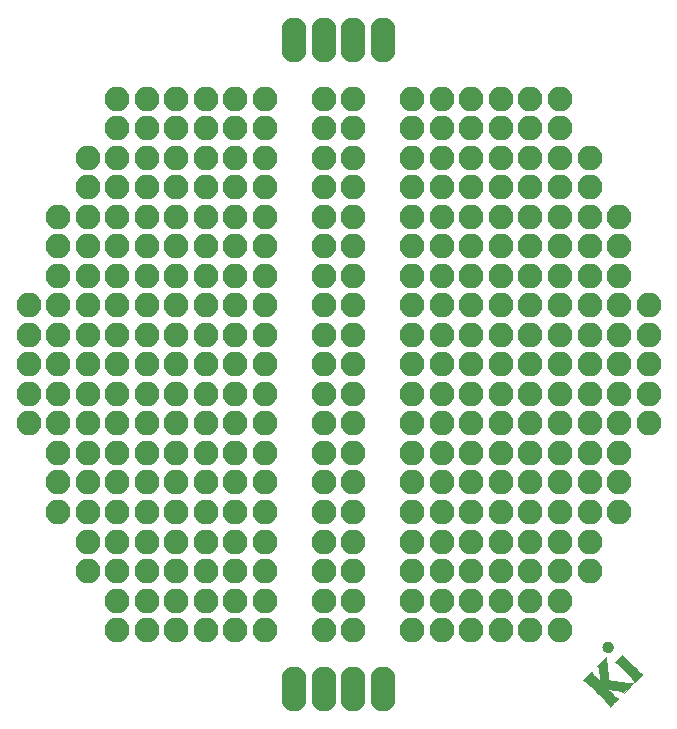
<source format=gts>
G04 #@! TF.GenerationSoftware,KiCad,Pcbnew,no-vcs-found-1773985~61~ubuntu16.04.1*
G04 #@! TF.CreationDate,2018-02-01T00:18:09+01:00*
G04 #@! TF.ProjectId,ripolab_protroboard_v2,7269706F6C61625F70726F74726F626F,rev?*
G04 #@! TF.SameCoordinates,Original*
G04 #@! TF.FileFunction,Soldermask,Top*
G04 #@! TF.FilePolarity,Negative*
%FSLAX46Y46*%
G04 Gerber Fmt 4.6, Leading zero omitted, Abs format (unit mm)*
G04 Created by KiCad (PCBNEW no-vcs-found-1773985~61~ubuntu16.04.1) date Thu Feb  1 00:18:09 2018*
%MOMM*%
%LPD*%
G01*
G04 APERTURE LIST*
%ADD10C,0.010000*%
%ADD11O,2.100000X3.800000*%
%ADD12O,2.100000X2.100000*%
G04 APERTURE END LIST*
D10*
G36*
X166546643Y-121837379D02*
X166676778Y-121801197D01*
X166815462Y-121807683D01*
X166907292Y-121837586D01*
X167026864Y-121913869D01*
X167117993Y-122017869D01*
X167170421Y-122137257D01*
X167174933Y-122159284D01*
X167172896Y-122285147D01*
X167131366Y-122411736D01*
X167058482Y-122526855D01*
X166962384Y-122618309D01*
X166851209Y-122673902D01*
X166827611Y-122679698D01*
X166713683Y-122682116D01*
X166588916Y-122653265D01*
X166476032Y-122600014D01*
X166420989Y-122556775D01*
X166357384Y-122465913D01*
X166312166Y-122349254D01*
X166292253Y-122229227D01*
X166297060Y-122155318D01*
X166347830Y-122019102D01*
X166434009Y-121911569D01*
X166546643Y-121837379D01*
X166546643Y-121837379D01*
G37*
X166546643Y-121837379D02*
X166676778Y-121801197D01*
X166815462Y-121807683D01*
X166907292Y-121837586D01*
X167026864Y-121913869D01*
X167117993Y-122017869D01*
X167170421Y-122137257D01*
X167174933Y-122159284D01*
X167172896Y-122285147D01*
X167131366Y-122411736D01*
X167058482Y-122526855D01*
X166962384Y-122618309D01*
X166851209Y-122673902D01*
X166827611Y-122679698D01*
X166713683Y-122682116D01*
X166588916Y-122653265D01*
X166476032Y-122600014D01*
X166420989Y-122556775D01*
X166357384Y-122465913D01*
X166312166Y-122349254D01*
X166292253Y-122229227D01*
X166297060Y-122155318D01*
X166347830Y-122019102D01*
X166434009Y-121911569D01*
X166546643Y-121837379D01*
G36*
X168743443Y-123693835D02*
X168935566Y-123885647D01*
X169095268Y-124044270D01*
X169225762Y-124172723D01*
X169330263Y-124274017D01*
X169411990Y-124351167D01*
X169474158Y-124407187D01*
X169519983Y-124445090D01*
X169552681Y-124467891D01*
X169575469Y-124478604D01*
X169582525Y-124480179D01*
X169627663Y-124488143D01*
X169655137Y-124500467D01*
X169662143Y-124521871D01*
X169645874Y-124557076D01*
X169603522Y-124610800D01*
X169532281Y-124687766D01*
X169429345Y-124792691D01*
X169348553Y-124873682D01*
X169241803Y-124979463D01*
X169147689Y-125070881D01*
X169071882Y-125142577D01*
X169020056Y-125189192D01*
X168997885Y-125205365D01*
X168997607Y-125205236D01*
X168984541Y-125177242D01*
X168963063Y-125118187D01*
X168953422Y-125089208D01*
X168943116Y-125060707D01*
X168929064Y-125031816D01*
X168907771Y-124998698D01*
X168875743Y-124957519D01*
X168829486Y-124904446D01*
X168765507Y-124835643D01*
X168680313Y-124747277D01*
X168570410Y-124635513D01*
X168432303Y-124496516D01*
X168262501Y-124326453D01*
X168216864Y-124280808D01*
X168034618Y-124098921D01*
X167884432Y-123949973D01*
X167762758Y-123830668D01*
X167666053Y-123737708D01*
X167590771Y-123667797D01*
X167533367Y-123617638D01*
X167490297Y-123583935D01*
X167458014Y-123563391D01*
X167434404Y-123553154D01*
X167354013Y-123527566D01*
X167965593Y-122915986D01*
X168743443Y-123693835D01*
X168743443Y-123693835D01*
G37*
X168743443Y-123693835D02*
X168935566Y-123885647D01*
X169095268Y-124044270D01*
X169225762Y-124172723D01*
X169330263Y-124274017D01*
X169411990Y-124351167D01*
X169474158Y-124407187D01*
X169519983Y-124445090D01*
X169552681Y-124467891D01*
X169575469Y-124478604D01*
X169582525Y-124480179D01*
X169627663Y-124488143D01*
X169655137Y-124500467D01*
X169662143Y-124521871D01*
X169645874Y-124557076D01*
X169603522Y-124610800D01*
X169532281Y-124687766D01*
X169429345Y-124792691D01*
X169348553Y-124873682D01*
X169241803Y-124979463D01*
X169147689Y-125070881D01*
X169071882Y-125142577D01*
X169020056Y-125189192D01*
X168997885Y-125205365D01*
X168997607Y-125205236D01*
X168984541Y-125177242D01*
X168963063Y-125118187D01*
X168953422Y-125089208D01*
X168943116Y-125060707D01*
X168929064Y-125031816D01*
X168907771Y-124998698D01*
X168875743Y-124957519D01*
X168829486Y-124904446D01*
X168765507Y-124835643D01*
X168680313Y-124747277D01*
X168570410Y-124635513D01*
X168432303Y-124496516D01*
X168262501Y-124326453D01*
X168216864Y-124280808D01*
X168034618Y-124098921D01*
X167884432Y-123949973D01*
X167762758Y-123830668D01*
X167666053Y-123737708D01*
X167590771Y-123667797D01*
X167533367Y-123617638D01*
X167490297Y-123583935D01*
X167458014Y-123563391D01*
X167434404Y-123553154D01*
X167354013Y-123527566D01*
X167965593Y-122915986D01*
X168743443Y-123693835D01*
G36*
X166235690Y-123424575D02*
X166621284Y-123038981D01*
X166623127Y-123321942D01*
X166646600Y-123811692D01*
X166688817Y-124157145D01*
X166706592Y-124285862D01*
X166724673Y-124437669D01*
X166741345Y-124595896D01*
X166754897Y-124743872D01*
X166763616Y-124864924D01*
X166765370Y-124902173D01*
X166769627Y-125021592D01*
X166883543Y-125036572D01*
X167113134Y-125074619D01*
X167273638Y-125111321D01*
X167370587Y-125130671D01*
X167470008Y-125143435D01*
X167477888Y-125144033D01*
X167585313Y-125153950D01*
X167714771Y-125169528D01*
X167851488Y-125188589D01*
X167980689Y-125208953D01*
X168087600Y-125228442D01*
X168153205Y-125243620D01*
X168215522Y-125256325D01*
X168312392Y-125270423D01*
X168427668Y-125284109D01*
X168545200Y-125295582D01*
X168648842Y-125303040D01*
X168702130Y-125304890D01*
X168737450Y-125306426D01*
X168800806Y-125309997D01*
X168813023Y-125310740D01*
X168905801Y-125316433D01*
X168109277Y-126112957D01*
X168053927Y-126057607D01*
X167987961Y-126015347D01*
X167880144Y-125974323D01*
X167739413Y-125936991D01*
X167574703Y-125905800D01*
X167432064Y-125886960D01*
X167316456Y-125872149D01*
X167205889Y-125853960D01*
X167121104Y-125835883D01*
X167109219Y-125832633D01*
X167033954Y-125813996D01*
X166974955Y-125804901D01*
X166962632Y-125804801D01*
X166910840Y-125801885D01*
X166842400Y-125790329D01*
X166781698Y-125782927D01*
X166744846Y-125789224D01*
X166743864Y-125790082D01*
X166755047Y-125813818D01*
X166800422Y-125869262D01*
X166877184Y-125953312D01*
X166982522Y-126062867D01*
X167077440Y-126158750D01*
X167204709Y-126285052D01*
X167302585Y-126379519D01*
X167376750Y-126447065D01*
X167432882Y-126492607D01*
X167476658Y-126521060D01*
X167513759Y-126537339D01*
X167515488Y-126537905D01*
X167582771Y-126555022D01*
X167632009Y-126559704D01*
X167635555Y-126559189D01*
X167628530Y-126574080D01*
X167590055Y-126619539D01*
X167524852Y-126690470D01*
X167437643Y-126781773D01*
X167333152Y-126888350D01*
X167296674Y-126925011D01*
X166924654Y-127297581D01*
X166896249Y-127227203D01*
X166874739Y-127165851D01*
X166865331Y-127125213D01*
X166847374Y-127101836D01*
X166796631Y-127046002D01*
X166716355Y-126961056D01*
X166609796Y-126850343D01*
X166480206Y-126717213D01*
X166330837Y-126565009D01*
X166164941Y-126397079D01*
X165985769Y-126216769D01*
X165864418Y-126095203D01*
X165649431Y-125880298D01*
X165467231Y-125698481D01*
X165314735Y-125546867D01*
X165188859Y-125422575D01*
X165086518Y-125322720D01*
X165004630Y-125244418D01*
X164940110Y-125184787D01*
X164889875Y-125140943D01*
X164850840Y-125110003D01*
X164819921Y-125089084D01*
X164794036Y-125075301D01*
X164770100Y-125065773D01*
X164759641Y-125062267D01*
X164694173Y-125040294D01*
X164653682Y-125025335D01*
X164648080Y-125022549D01*
X164663576Y-125003911D01*
X164709822Y-124954906D01*
X164781531Y-124880974D01*
X164873420Y-124787553D01*
X164980203Y-124680083D01*
X165004030Y-124656235D01*
X165126647Y-124533991D01*
X165218385Y-124443904D01*
X165284039Y-124381973D01*
X165328410Y-124344191D01*
X165356296Y-124326557D01*
X165372494Y-124325066D01*
X165381805Y-124335714D01*
X165383532Y-124339594D01*
X165422751Y-124425990D01*
X165468319Y-124505592D01*
X165526868Y-124586993D01*
X165605033Y-124678788D01*
X165709448Y-124789570D01*
X165807566Y-124888876D01*
X166104420Y-125185732D01*
X166106680Y-125080229D01*
X166104750Y-125010962D01*
X166097185Y-124965807D01*
X166093799Y-124959583D01*
X166086165Y-124930543D01*
X166076314Y-124864843D01*
X166065692Y-124776495D01*
X166055741Y-124679508D01*
X166047910Y-124587892D01*
X166043644Y-124515656D01*
X166044129Y-124478240D01*
X166040633Y-124443176D01*
X166028097Y-124376370D01*
X166016950Y-124325814D01*
X165996091Y-124222644D01*
X165979365Y-124116899D01*
X165975131Y-124081060D01*
X165959637Y-124002331D01*
X165934395Y-123941174D01*
X165924452Y-123928132D01*
X165893911Y-123896853D01*
X165874462Y-123869386D01*
X165869428Y-123840351D01*
X165882134Y-123804371D01*
X165915905Y-123756065D01*
X165974066Y-123690055D01*
X166059941Y-123600961D01*
X166176854Y-123483405D01*
X166235690Y-123424575D01*
X166235690Y-123424575D01*
G37*
X166235690Y-123424575D02*
X166621284Y-123038981D01*
X166623127Y-123321942D01*
X166646600Y-123811692D01*
X166688817Y-124157145D01*
X166706592Y-124285862D01*
X166724673Y-124437669D01*
X166741345Y-124595896D01*
X166754897Y-124743872D01*
X166763616Y-124864924D01*
X166765370Y-124902173D01*
X166769627Y-125021592D01*
X166883543Y-125036572D01*
X167113134Y-125074619D01*
X167273638Y-125111321D01*
X167370587Y-125130671D01*
X167470008Y-125143435D01*
X167477888Y-125144033D01*
X167585313Y-125153950D01*
X167714771Y-125169528D01*
X167851488Y-125188589D01*
X167980689Y-125208953D01*
X168087600Y-125228442D01*
X168153205Y-125243620D01*
X168215522Y-125256325D01*
X168312392Y-125270423D01*
X168427668Y-125284109D01*
X168545200Y-125295582D01*
X168648842Y-125303040D01*
X168702130Y-125304890D01*
X168737450Y-125306426D01*
X168800806Y-125309997D01*
X168813023Y-125310740D01*
X168905801Y-125316433D01*
X168109277Y-126112957D01*
X168053927Y-126057607D01*
X167987961Y-126015347D01*
X167880144Y-125974323D01*
X167739413Y-125936991D01*
X167574703Y-125905800D01*
X167432064Y-125886960D01*
X167316456Y-125872149D01*
X167205889Y-125853960D01*
X167121104Y-125835883D01*
X167109219Y-125832633D01*
X167033954Y-125813996D01*
X166974955Y-125804901D01*
X166962632Y-125804801D01*
X166910840Y-125801885D01*
X166842400Y-125790329D01*
X166781698Y-125782927D01*
X166744846Y-125789224D01*
X166743864Y-125790082D01*
X166755047Y-125813818D01*
X166800422Y-125869262D01*
X166877184Y-125953312D01*
X166982522Y-126062867D01*
X167077440Y-126158750D01*
X167204709Y-126285052D01*
X167302585Y-126379519D01*
X167376750Y-126447065D01*
X167432882Y-126492607D01*
X167476658Y-126521060D01*
X167513759Y-126537339D01*
X167515488Y-126537905D01*
X167582771Y-126555022D01*
X167632009Y-126559704D01*
X167635555Y-126559189D01*
X167628530Y-126574080D01*
X167590055Y-126619539D01*
X167524852Y-126690470D01*
X167437643Y-126781773D01*
X167333152Y-126888350D01*
X167296674Y-126925011D01*
X166924654Y-127297581D01*
X166896249Y-127227203D01*
X166874739Y-127165851D01*
X166865331Y-127125213D01*
X166847374Y-127101836D01*
X166796631Y-127046002D01*
X166716355Y-126961056D01*
X166609796Y-126850343D01*
X166480206Y-126717213D01*
X166330837Y-126565009D01*
X166164941Y-126397079D01*
X165985769Y-126216769D01*
X165864418Y-126095203D01*
X165649431Y-125880298D01*
X165467231Y-125698481D01*
X165314735Y-125546867D01*
X165188859Y-125422575D01*
X165086518Y-125322720D01*
X165004630Y-125244418D01*
X164940110Y-125184787D01*
X164889875Y-125140943D01*
X164850840Y-125110003D01*
X164819921Y-125089084D01*
X164794036Y-125075301D01*
X164770100Y-125065773D01*
X164759641Y-125062267D01*
X164694173Y-125040294D01*
X164653682Y-125025335D01*
X164648080Y-125022549D01*
X164663576Y-125003911D01*
X164709822Y-124954906D01*
X164781531Y-124880974D01*
X164873420Y-124787553D01*
X164980203Y-124680083D01*
X165004030Y-124656235D01*
X165126647Y-124533991D01*
X165218385Y-124443904D01*
X165284039Y-124381973D01*
X165328410Y-124344191D01*
X165356296Y-124326557D01*
X165372494Y-124325066D01*
X165381805Y-124335714D01*
X165383532Y-124339594D01*
X165422751Y-124425990D01*
X165468319Y-124505592D01*
X165526868Y-124586993D01*
X165605033Y-124678788D01*
X165709448Y-124789570D01*
X165807566Y-124888876D01*
X166104420Y-125185732D01*
X166106680Y-125080229D01*
X166104750Y-125010962D01*
X166097185Y-124965807D01*
X166093799Y-124959583D01*
X166086165Y-124930543D01*
X166076314Y-124864843D01*
X166065692Y-124776495D01*
X166055741Y-124679508D01*
X166047910Y-124587892D01*
X166043644Y-124515656D01*
X166044129Y-124478240D01*
X166040633Y-124443176D01*
X166028097Y-124376370D01*
X166016950Y-124325814D01*
X165996091Y-124222644D01*
X165979365Y-124116899D01*
X165975131Y-124081060D01*
X165959637Y-124002331D01*
X165934395Y-123941174D01*
X165924452Y-123928132D01*
X165893911Y-123896853D01*
X165874462Y-123869386D01*
X165869428Y-123840351D01*
X165882134Y-123804371D01*
X165915905Y-123756065D01*
X165974066Y-123690055D01*
X166059941Y-123600961D01*
X166176854Y-123483405D01*
X166235690Y-123424575D01*
D11*
X142700660Y-125800100D03*
X145200660Y-125800100D03*
X147700660Y-125800100D03*
X140200660Y-125800100D03*
X147700660Y-70800100D03*
X145200660Y-70800100D03*
X142700660Y-70800100D03*
D12*
X117700660Y-93300100D03*
X117700660Y-103300100D03*
X117700660Y-95800100D03*
X117700660Y-100800100D03*
X117700660Y-98300100D03*
X170200660Y-100800100D03*
X170200660Y-93300100D03*
X170200660Y-103300100D03*
X170200660Y-95800100D03*
X170200660Y-98300100D03*
X165200660Y-80800100D03*
X165200660Y-83300100D03*
X132700660Y-120800100D03*
X135200660Y-120800100D03*
X135200660Y-118300100D03*
X162700660Y-118300100D03*
X125200660Y-120800100D03*
X125200660Y-118300100D03*
X127700660Y-118300100D03*
X157700660Y-120800100D03*
X155200660Y-120800100D03*
X155200660Y-118300100D03*
X130200660Y-120800100D03*
X130200660Y-118300100D03*
X162700660Y-120800100D03*
X160200660Y-118300100D03*
X145200660Y-120800100D03*
X157700660Y-118300100D03*
X150200660Y-120800100D03*
X145200660Y-118300100D03*
X142700660Y-118300100D03*
X160200660Y-120800100D03*
X127700660Y-120800100D03*
X137700660Y-120800100D03*
X150200660Y-118300100D03*
X152700660Y-120800100D03*
X142700660Y-120800100D03*
X137700660Y-118300100D03*
X132700660Y-118300100D03*
X152700660Y-118300100D03*
X157700660Y-115800100D03*
X160200660Y-115800100D03*
X160200660Y-113300100D03*
X150200660Y-115800100D03*
X150200660Y-113300100D03*
X152700660Y-113300100D03*
X165200660Y-113300100D03*
X155200660Y-115800100D03*
X155200660Y-113300100D03*
X152700660Y-115800100D03*
X145200660Y-113300100D03*
X162700660Y-115800100D03*
X165200660Y-115800100D03*
X145200660Y-115800100D03*
X162700660Y-113300100D03*
X157700660Y-113300100D03*
X125200660Y-113300100D03*
X130200660Y-115800100D03*
X122700660Y-113300100D03*
X142700660Y-115800100D03*
X122700660Y-115800100D03*
X142700660Y-113300100D03*
X132700660Y-115800100D03*
X135200660Y-115800100D03*
X137700660Y-115800100D03*
X127700660Y-113300100D03*
X130200660Y-113300100D03*
X125200660Y-115800100D03*
X127700660Y-115800100D03*
X132700660Y-113300100D03*
X135200660Y-113300100D03*
X137700660Y-113300100D03*
X155200660Y-100800100D03*
X142700660Y-100800100D03*
X150200660Y-103300100D03*
X132700660Y-100800100D03*
X125200660Y-105800100D03*
X122700660Y-105800100D03*
X132700660Y-105800100D03*
X145200660Y-110800100D03*
X137700660Y-110800100D03*
X135200660Y-100800100D03*
X142700660Y-110800100D03*
X145200660Y-108300100D03*
X122700660Y-108300100D03*
X120200660Y-108300100D03*
X162700660Y-103300100D03*
X150200660Y-100800100D03*
X120200660Y-100800100D03*
X142700660Y-108300100D03*
X152700660Y-100800100D03*
X167700660Y-108300100D03*
X142700660Y-105800100D03*
X137700660Y-100800100D03*
X120200660Y-105800100D03*
X130200660Y-103300100D03*
X127700660Y-103300100D03*
X125200660Y-103300100D03*
X145200660Y-100800100D03*
X167700660Y-103300100D03*
X145200660Y-103300100D03*
X165200660Y-105800100D03*
X165200660Y-103300100D03*
X157700660Y-100800100D03*
X135200660Y-105800100D03*
X132700660Y-103300100D03*
X122700660Y-103300100D03*
X120200660Y-103300100D03*
X122700660Y-110800100D03*
X120200660Y-110800100D03*
X130200660Y-108300100D03*
X155200660Y-108300100D03*
X152700660Y-105800100D03*
X137700660Y-105800100D03*
X137700660Y-103300100D03*
X157700660Y-108300100D03*
X155200660Y-103300100D03*
X135200660Y-110800100D03*
X132700660Y-110800100D03*
X137700660Y-108300100D03*
X135200660Y-108300100D03*
X160200660Y-108300100D03*
X157700660Y-110800100D03*
X155200660Y-105800100D03*
X150200660Y-108300100D03*
X167700660Y-110800100D03*
X142700660Y-103300100D03*
X152700660Y-103300100D03*
X162700660Y-110800100D03*
X167700660Y-100800100D03*
X132700660Y-108300100D03*
X125200660Y-100800100D03*
X165200660Y-100800100D03*
X130200660Y-105800100D03*
X127700660Y-105800100D03*
X160200660Y-110800100D03*
X127700660Y-108300100D03*
X125200660Y-108300100D03*
X145200660Y-105800100D03*
X157700660Y-103300100D03*
X160200660Y-100800100D03*
X150200660Y-105800100D03*
X167700660Y-105800100D03*
X162700660Y-108300100D03*
X160200660Y-105800100D03*
X157700660Y-105800100D03*
X155200660Y-110800100D03*
X122700660Y-100800100D03*
X130200660Y-100800100D03*
X127700660Y-100800100D03*
X162700660Y-105800100D03*
X150200660Y-110800100D03*
X160200660Y-103300100D03*
X162700660Y-100800100D03*
X165200660Y-108300100D03*
X152700660Y-110800100D03*
X165200660Y-110800100D03*
X135200660Y-103300100D03*
X130200660Y-110800100D03*
X127700660Y-110800100D03*
X125200660Y-110800100D03*
X152700660Y-108300100D03*
X125200660Y-93300100D03*
X122700660Y-93300100D03*
X120200660Y-93300100D03*
X130200660Y-90800100D03*
X127700660Y-90800100D03*
X125200660Y-90800100D03*
X145200660Y-88300100D03*
X167700660Y-90800100D03*
X145200660Y-90800100D03*
X165200660Y-93300100D03*
X165200660Y-90800100D03*
X157700660Y-88300100D03*
X135200660Y-98300100D03*
X132700660Y-98300100D03*
X137700660Y-95800100D03*
X135200660Y-95800100D03*
X160200660Y-95800100D03*
X157700660Y-98300100D03*
X155200660Y-93300100D03*
X150200660Y-95800100D03*
X145200660Y-93300100D03*
X157700660Y-90800100D03*
X160200660Y-88300100D03*
X150200660Y-93300100D03*
X167700660Y-93300100D03*
X162700660Y-95800100D03*
X160200660Y-93300100D03*
X157700660Y-93300100D03*
X155200660Y-98300100D03*
X122700660Y-88300100D03*
X150200660Y-88300100D03*
X120200660Y-88300100D03*
X142700660Y-95800100D03*
X152700660Y-88300100D03*
X167700660Y-95800100D03*
X142700660Y-93300100D03*
X137700660Y-88300100D03*
X160200660Y-90800100D03*
X162700660Y-88300100D03*
X165200660Y-95800100D03*
X152700660Y-98300100D03*
X165200660Y-98300100D03*
X135200660Y-90800100D03*
X130200660Y-98300100D03*
X127700660Y-98300100D03*
X125200660Y-98300100D03*
X122700660Y-98300100D03*
X120200660Y-98300100D03*
X130200660Y-95800100D03*
X155200660Y-95800100D03*
X152700660Y-93300100D03*
X137700660Y-93300100D03*
X137700660Y-90800100D03*
X157700660Y-95800100D03*
X155200660Y-90800100D03*
X132700660Y-93300100D03*
X145200660Y-98300100D03*
X137700660Y-98300100D03*
X135200660Y-88300100D03*
X142700660Y-98300100D03*
X145200660Y-95800100D03*
X160200660Y-98300100D03*
X127700660Y-95800100D03*
X125200660Y-95800100D03*
X122700660Y-95800100D03*
X120200660Y-95800100D03*
X130200660Y-93300100D03*
X127700660Y-93300100D03*
X152700660Y-90800100D03*
X162700660Y-98300100D03*
X155200660Y-88300100D03*
X167700660Y-98300100D03*
X142700660Y-90800100D03*
X135200660Y-93300100D03*
X132700660Y-90800100D03*
X162700660Y-93300100D03*
X150200660Y-98300100D03*
X167700660Y-88300100D03*
X132700660Y-95800100D03*
X142700660Y-88300100D03*
X150200660Y-90800100D03*
X122700660Y-90800100D03*
X120200660Y-90800100D03*
X130200660Y-88300100D03*
X127700660Y-88300100D03*
X125200660Y-88300100D03*
X162700660Y-90800100D03*
X152700660Y-95800100D03*
X165200660Y-88300100D03*
X132700660Y-88300100D03*
X157700660Y-75800100D03*
X157700660Y-78300100D03*
X160200660Y-75800100D03*
X162700660Y-83300100D03*
X160200660Y-80800100D03*
X157700660Y-80800100D03*
X162700660Y-80800100D03*
X167700660Y-85800100D03*
X162700660Y-75800100D03*
X160200660Y-78300100D03*
X165200660Y-85800100D03*
X160200660Y-83300100D03*
X157700660Y-85800100D03*
X160200660Y-85800100D03*
X157700660Y-83300100D03*
X162700660Y-85800100D03*
X162700660Y-78300100D03*
X145200660Y-85800100D03*
X150200660Y-83300100D03*
X155200660Y-83300100D03*
X152700660Y-83300100D03*
X155200660Y-80800100D03*
X152700660Y-80800100D03*
X152700660Y-78300100D03*
X150200660Y-75800100D03*
X150200660Y-80800100D03*
X150200660Y-78300100D03*
X145200660Y-80800100D03*
X150200660Y-85800100D03*
X155200660Y-85800100D03*
X152700660Y-85800100D03*
X152700660Y-75800100D03*
X155200660Y-78300100D03*
X145200660Y-78300100D03*
X145200660Y-83300100D03*
X155200660Y-75800100D03*
X145200660Y-75800100D03*
X137700660Y-80800100D03*
X135200660Y-80800100D03*
X132700660Y-80800100D03*
X142700660Y-78300100D03*
X137700660Y-78300100D03*
X135200660Y-75800100D03*
X132700660Y-75800100D03*
X142700660Y-85800100D03*
X137700660Y-85800100D03*
X135200660Y-85800100D03*
X132700660Y-85800100D03*
X142700660Y-83300100D03*
X137700660Y-83300100D03*
X135200660Y-83300100D03*
X132700660Y-83300100D03*
X142700660Y-80800100D03*
X135200660Y-78300100D03*
X132700660Y-78300100D03*
X142700660Y-75800100D03*
X137700660Y-75800100D03*
X130200660Y-85800100D03*
X127700660Y-85800100D03*
X125200660Y-85800100D03*
X122700660Y-85800100D03*
X120200660Y-85800100D03*
X130200660Y-83300100D03*
X127700660Y-83300100D03*
X125200660Y-83300100D03*
X122700660Y-83300100D03*
X130200660Y-80800100D03*
X127700660Y-80800100D03*
X125200660Y-80800100D03*
X122700660Y-80800100D03*
X130200660Y-78300100D03*
X127700660Y-78300100D03*
X125200660Y-78300100D03*
X130200660Y-75800100D03*
X127700660Y-75800100D03*
X125200660Y-75800100D03*
D11*
X140200660Y-70800100D03*
M02*

</source>
